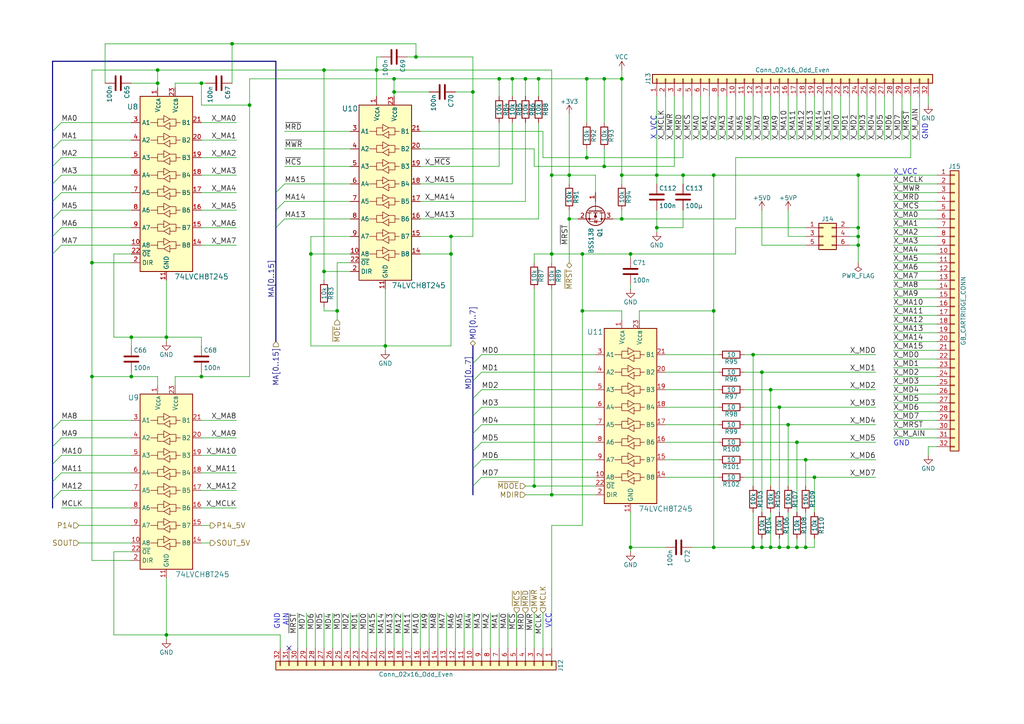
<source format=kicad_sch>
(kicad_sch (version 20231120) (generator "eeschema") (generator_version "8.0")
  (paper "A4")
  (title_block (title "Game Boy reverse eng. FPGA board") (date "2024-06-19") (rev "1") (company "CC-BY-SA-4.0 Michael Singer") (comment 1 "https://github.com/msinger/gbreveng/") (comment 2 "http://iceboy.a-singer.de/"))
  (junction (at 168.91 90.17))
  (junction (at 231.14 158.75))
  (junction (at 182.88 158.75))
  (junction (at 152.4 22.86))
  (junction (at 207.01 158.75))
  (junction (at 97.79 90.17))
  (junction (at 111.76 100.33))
  (junction (at 180.34 22.86))
  (junction (at 58.42 109.22))
  (junction (at 228.6 158.75))
  (junction (at 182.88 73.66))
  (junction (at 130.81 68.58))
  (junction (at 233.68 158.75))
  (junction (at 90.17 73.66))
  (junction (at 72.39 30.48))
  (junction (at 160.02 143.51))
  (junction (at 175.26 22.86))
  (junction (at 180.34 63.5))
  (junction (at 26.67 76.2))
  (junction (at 180.34 50.8))
  (junction (at 220.98 107.95))
  (junction (at 207.01 50.8))
  (junction (at 190.5 50.8))
  (junction (at 165.1 50.8))
  (junction (at 156.21 22.86))
  (junction (at 207.01 90.17))
  (junction (at 198.12 50.8))
  (junction (at 168.91 73.66))
  (junction (at 154.94 140.97))
  (junction (at 248.92 71.12))
  (junction (at 48.26 97.79))
  (junction (at 248.92 50.8))
  (junction (at 144.78 22.86))
  (junction (at 38.1 109.22))
  (junction (at 58.42 24.13))
  (junction (at 93.98 78.74))
  (junction (at 248.92 68.58))
  (junction (at 233.68 133.35))
  (junction (at 170.18 45.72))
  (junction (at 223.52 113.03))
  (junction (at 114.3 22.86))
  (junction (at 93.98 20.32))
  (junction (at 248.92 66.04))
  (junction (at 223.52 158.75))
  (junction (at 114.3 26.67))
  (junction (at 160.02 73.66))
  (junction (at 160.02 50.8))
  (junction (at 228.6 123.19))
  (junction (at 67.31 12.7))
  (junction (at 218.44 102.87))
  (junction (at 170.18 22.86))
  (junction (at 226.06 118.11))
  (junction (at 148.59 22.86))
  (junction (at 220.98 158.75))
  (junction (at 231.14 128.27))
  (junction (at 137.16 26.67))
  (junction (at 48.26 184.15))
  (junction (at 109.22 20.32))
  (junction (at 236.22 138.43))
  (junction (at 130.81 73.66))
  (junction (at 175.26 48.26))
  (junction (at 218.44 158.75))
  (junction (at 120.65 16.51))
  (junction (at 190.5 66.04))
  (junction (at 45.72 24.13))
  (junction (at 45.72 20.32))
  (junction (at 226.06 158.75))
  (junction (at 26.67 109.22))
  (junction (at 38.1 97.79))
  (junction (at 165.1 63.5))
  (no_connect (at 83.82 187.96))
  (bus_entry (at 137.16 115.57) (size 2.54 -2.54))
  (bus_entry (at 137.16 125.73) (size 2.54 -2.54))
  (bus_entry (at 137.16 130.81) (size 2.54 -2.54))
  (bus_entry (at 137.16 110.49) (size 2.54 -2.54))
  (bus_entry (at 15.24 58.42) (size 2.54 -2.54))
  (bus_entry (at 137.16 120.65) (size 2.54 -2.54))
  (bus_entry (at 15.24 139.7) (size 2.54 -2.54))
  (bus_entry (at 15.24 144.78) (size 2.54 -2.54))
  (bus_entry (at 137.16 140.97) (size 2.54 -2.54))
  (bus_entry (at 137.16 135.89) (size 2.54 -2.54))
  (bus_entry (at 80.01 60.96) (size 2.54 -2.54))
  (bus_entry (at 15.24 53.34) (size 2.54 -2.54))
  (bus_entry (at 15.24 73.66) (size 2.54 -2.54))
  (bus_entry (at 15.24 43.18) (size 2.54 -2.54))
  (bus_entry (at 15.24 68.58) (size 2.54 -2.54))
  (bus_entry (at 15.24 38.1) (size 2.54 -2.54))
  (bus_entry (at 15.24 134.62) (size 2.54 -2.54))
  (bus_entry (at 80.01 66.04) (size 2.54 -2.54))
  (bus_entry (at 15.24 124.46) (size 2.54 -2.54))
  (bus_entry (at 15.24 129.54) (size 2.54 -2.54))
  (bus_entry (at 15.24 63.5) (size 2.54 -2.54))
  (bus_entry (at 137.16 105.41) (size 2.54 -2.54))
  (bus_entry (at 80.01 55.88) (size 2.54 -2.54))
  (bus_entry (at 15.24 48.26) (size 2.54 -2.54))
  (wire (pts (xy 193.04 40.64) (xy 193.04 27.94)))
  (wire (pts (xy 152.4 22.86) (xy 156.21 22.86)))
  (wire (pts (xy 223.52 27.94) (xy 223.52 40.64)))
  (wire (pts (xy 33.02 160.02) (xy 38.1 160.02)))
  (wire (pts (xy 193.04 133.35) (xy 208.28 133.35)))
  (wire (pts (xy 33.02 97.79) (xy 38.1 97.79)))
  (wire (pts (xy 207.01 50.8) (xy 248.92 50.8)))
  (wire (pts (xy 45.72 20.32) (xy 45.72 24.13)))
  (wire (pts (xy 269.24 129.54) (xy 269.24 132.08)))
  (wire (pts (xy 165.1 63.5) (xy 167.64 63.5)))
  (wire (pts (xy 90.17 73.66) (xy 101.6 73.66)))
  (wire (pts (xy 33.02 184.15) (xy 48.26 184.15)))
  (wire (pts (xy 58.42 40.64) (xy 68.58 40.64)))
  (wire (pts (xy 223.52 148.59) (xy 223.52 158.75)))
  (wire (pts (xy 90.17 68.58) (xy 90.17 73.66)))
  (wire (pts (xy 198.12 66.04) (xy 190.5 66.04)))
  (wire (pts (xy 82.55 58.42) (xy 101.6 58.42)))
  (wire (pts (xy 271.78 78.74) (xy 259.08 78.74)))
  (wire (pts (xy 228.6 68.58) (xy 233.68 68.58)))
  (wire (pts (xy 50.8 24.13) (xy 58.42 24.13)))
  (wire (pts (xy 228.6 158.75) (xy 231.14 158.75)))
  (wire (pts (xy 207.01 50.8) (xy 207.01 90.17)))
  (wire (pts (xy 215.9 113.03) (xy 223.52 113.03)))
  (wire (pts (xy 248.92 50.8) (xy 271.78 50.8)))
  (wire (pts (xy 236.22 148.59) (xy 236.22 138.43)))
  (wire (pts (xy 236.22 27.94) (xy 236.22 40.64)))
  (wire (pts (xy 17.78 137.16) (xy 38.1 137.16)))
  (bus (pts (xy 15.24 43.18) (xy 15.24 38.1)))
  (wire (pts (xy 160.02 73.66) (xy 160.02 76.2)))
  (wire (pts (xy 157.48 177.8) (xy 157.48 187.96)))
  (wire (pts (xy 58.42 60.96) (xy 68.58 60.96)))
  (wire (pts (xy 26.67 20.32) (xy 45.72 20.32)))
  (bus (pts (xy 80.01 55.88) (xy 80.01 60.96)))
  (wire (pts (xy 157.48 38.1) (xy 157.48 45.72)))
  (wire (pts (xy 233.68 158.75) (xy 236.22 158.75)))
  (wire (pts (xy 144.78 48.26) (xy 144.78 35.56)))
  (wire (pts (xy 127 177.8) (xy 127 187.96)))
  (wire (pts (xy 48.26 184.15) (xy 81.28 184.15)))
  (wire (pts (xy 215.9 133.35) (xy 233.68 133.35)))
  (wire (pts (xy 220.98 107.95) (xy 254 107.95)))
  (wire (pts (xy 139.7 128.27) (xy 172.72 128.27)))
  (wire (pts (xy 119.38 177.8) (xy 119.38 187.96)))
  (wire (pts (xy 218.44 102.87) (xy 254 102.87)))
  (bus (pts (xy 137.16 115.57) (xy 137.16 120.65)))
  (wire (pts (xy 271.78 104.14) (xy 259.08 104.14)))
  (wire (pts (xy 144.78 177.8) (xy 144.78 187.96)))
  (wire (pts (xy 226.06 148.59) (xy 226.06 118.11)))
  (wire (pts (xy 114.3 26.67) (xy 124.46 26.67)))
  (wire (pts (xy 99.06 177.8) (xy 99.06 187.96)))
  (wire (pts (xy 58.42 50.8) (xy 68.58 50.8)))
  (wire (pts (xy 109.22 16.51) (xy 109.22 20.32)))
  (wire (pts (xy 193.04 128.27) (xy 208.28 128.27)))
  (wire (pts (xy 58.42 152.4) (xy 60.96 152.4)))
  (wire (pts (xy 160.02 143.51) (xy 172.72 143.51)))
  (wire (pts (xy 72.39 30.48) (xy 58.42 30.48)))
  (wire (pts (xy 248.92 27.94) (xy 248.92 40.64)))
  (wire (pts (xy 254 27.94) (xy 254 40.64)))
  (wire (pts (xy 233.68 71.12) (xy 220.98 71.12)))
  (wire (pts (xy 182.88 158.75) (xy 182.88 160.02)))
  (bus (pts (xy 15.24 139.7) (xy 15.24 134.62)))
  (wire (pts (xy 259.08 81.28) (xy 271.78 81.28)))
  (wire (pts (xy 160.02 20.32) (xy 160.02 50.8)))
  (wire (pts (xy 110.49 16.51) (xy 109.22 16.51)))
  (wire (pts (xy 271.78 109.22) (xy 259.08 109.22)))
  (wire (pts (xy 58.42 147.32) (xy 68.58 147.32)))
  (bus (pts (xy 15.24 134.62) (xy 15.24 129.54)))
  (wire (pts (xy 170.18 22.86) (xy 175.26 22.86)))
  (wire (pts (xy 218.44 27.94) (xy 218.44 40.64)))
  (wire (pts (xy 58.42 132.08) (xy 68.58 132.08)))
  (wire (pts (xy 22.86 152.4) (xy 38.1 152.4)))
  (wire (pts (xy 152.4 177.8) (xy 152.4 187.96)))
  (wire (pts (xy 238.76 27.94) (xy 238.76 40.64)))
  (wire (pts (xy 17.78 66.04) (xy 38.1 66.04)))
  (wire (pts (xy 259.08 60.96) (xy 271.78 60.96)))
  (wire (pts (xy 190.5 60.96) (xy 190.5 66.04)))
  (wire (pts (xy 259.08 101.6) (xy 271.78 101.6)))
  (wire (pts (xy 148.59 22.86) (xy 152.4 22.86)))
  (wire (pts (xy 180.34 22.86) (xy 180.34 50.8)))
  (wire (pts (xy 154.94 140.97) (xy 172.72 140.97)))
  (wire (pts (xy 182.88 73.66) (xy 213.36 73.66)))
  (wire (pts (xy 165.1 50.8) (xy 172.72 50.8)))
  (wire (pts (xy 67.31 12.7) (xy 67.31 24.13)))
  (wire (pts (xy 88.9 177.8) (xy 88.9 187.96)))
  (wire (pts (xy 120.65 12.7) (xy 120.65 16.51)))
  (wire (pts (xy 58.42 97.79) (xy 58.42 100.33)))
  (wire (pts (xy 210.82 27.94) (xy 210.82 40.64)))
  (wire (pts (xy 38.1 24.13) (xy 45.72 24.13)))
  (bus (pts (xy 15.24 63.5) (xy 15.24 58.42)))
  (wire (pts (xy 118.11 16.51) (xy 120.65 16.51)))
  (wire (pts (xy 17.78 50.8) (xy 38.1 50.8)))
  (wire (pts (xy 130.81 68.58) (xy 137.16 68.58)))
  (wire (pts (xy 215.9 128.27) (xy 231.14 128.27)))
  (wire (pts (xy 246.38 68.58) (xy 248.92 68.58)))
  (wire (pts (xy 256.54 27.94) (xy 256.54 40.64)))
  (wire (pts (xy 271.78 119.38) (xy 259.08 119.38)))
  (wire (pts (xy 132.08 26.67) (xy 137.16 26.67)))
  (wire (pts (xy 248.92 68.58) (xy 248.92 71.12)))
  (wire (pts (xy 185.42 92.71) (xy 185.42 90.17)))
  (wire (pts (xy 246.38 27.94) (xy 246.38 40.64)))
  (wire (pts (xy 114.3 22.86) (xy 114.3 26.67)))
  (wire (pts (xy 72.39 109.22) (xy 58.42 109.22)))
  (wire (pts (xy 182.88 148.59) (xy 182.88 158.75)))
  (wire (pts (xy 223.52 140.97) (xy 223.52 113.03)))
  (wire (pts (xy 58.42 107.95) (xy 58.42 109.22)))
  (wire (pts (xy 137.16 16.51) (xy 137.16 26.67)))
  (wire (pts (xy 45.72 109.22) (xy 45.72 111.76)))
  (wire (pts (xy 58.42 71.12) (xy 68.58 71.12)))
  (wire (pts (xy 231.14 158.75) (xy 233.68 158.75)))
  (wire (pts (xy 168.91 73.66) (xy 182.88 73.66)))
  (wire (pts (xy 271.78 88.9) (xy 259.08 88.9)))
  (wire (pts (xy 231.14 128.27) (xy 254 128.27)))
  (bus (pts (xy 15.24 48.26) (xy 15.24 43.18)))
  (wire (pts (xy 156.21 22.86) (xy 170.18 22.86)))
  (wire (pts (xy 259.08 27.94) (xy 259.08 40.64)))
  (wire (pts (xy 203.2 40.64) (xy 203.2 27.94)))
  (wire (pts (xy 259.08 96.52) (xy 271.78 96.52)))
  (wire (pts (xy 215.9 102.87) (xy 218.44 102.87)))
  (wire (pts (xy 139.7 102.87) (xy 172.72 102.87)))
  (wire (pts (xy 207.01 158.75) (xy 200.66 158.75)))
  (wire (pts (xy 144.78 27.94) (xy 144.78 22.86)))
  (wire (pts (xy 152.4 140.97) (xy 154.94 140.97)))
  (wire (pts (xy 26.67 76.2) (xy 38.1 76.2)))
  (wire (pts (xy 109.22 20.32) (xy 109.22 27.94)))
  (wire (pts (xy 139.7 113.03) (xy 172.72 113.03)))
  (wire (pts (xy 152.4 143.51) (xy 160.02 143.51)))
  (wire (pts (xy 190.5 50.8) (xy 198.12 50.8)))
  (wire (pts (xy 93.98 78.74) (xy 101.6 78.74)))
  (wire (pts (xy 82.55 53.34) (xy 101.6 53.34)))
  (wire (pts (xy 22.86 157.48) (xy 38.1 157.48)))
  (wire (pts (xy 259.08 71.12) (xy 271.78 71.12)))
  (wire (pts (xy 17.78 71.12) (xy 38.1 71.12)))
  (bus (pts (xy 137.16 140.97) (xy 137.16 143.51)))
  (wire (pts (xy 180.34 63.5) (xy 213.36 63.5)))
  (wire (pts (xy 72.39 22.86) (xy 72.39 30.48)))
  (wire (pts (xy 97.79 76.2) (xy 97.79 90.17)))
  (wire (pts (xy 215.9 118.11) (xy 226.06 118.11)))
  (wire (pts (xy 215.9 138.43) (xy 236.22 138.43)))
  (wire (pts (xy 180.34 50.8) (xy 180.34 53.34)))
  (wire (pts (xy 233.68 27.94) (xy 233.68 40.64)))
  (wire (pts (xy 38.1 109.22) (xy 45.72 109.22)))
  (wire (pts (xy 134.62 177.8) (xy 134.62 187.96)))
  (wire (pts (xy 233.68 133.35) (xy 254 133.35)))
  (bus (pts (xy 137.16 100.33) (xy 137.16 105.41)))
  (wire (pts (xy 137.16 177.8) (xy 137.16 187.96)))
  (wire (pts (xy 208.28 40.64) (xy 208.28 27.94)))
  (wire (pts (xy 17.78 121.92) (xy 38.1 121.92)))
  (wire (pts (xy 106.68 177.8) (xy 106.68 187.96)))
  (wire (pts (xy 144.78 22.86) (xy 148.59 22.86)))
  (wire (pts (xy 90.17 68.58) (xy 101.6 68.58)))
  (wire (pts (xy 58.42 142.24) (xy 68.58 142.24)))
  (wire (pts (xy 58.42 127) (xy 68.58 127)))
  (wire (pts (xy 26.67 76.2) (xy 26.67 109.22)))
  (wire (pts (xy 261.62 27.94) (xy 261.62 40.64)))
  (wire (pts (xy 91.44 177.8) (xy 91.44 187.96)))
  (wire (pts (xy 218.44 158.75) (xy 220.98 158.75)))
  (wire (pts (xy 271.78 99.06) (xy 259.08 99.06)))
  (wire (pts (xy 48.26 97.79) (xy 58.42 97.79)))
  (wire (pts (xy 139.7 118.11) (xy 172.72 118.11)))
  (wire (pts (xy 97.79 90.17) (xy 93.98 90.17)))
  (wire (pts (xy 154.94 177.8) (xy 154.94 187.96)))
  (wire (pts (xy 121.92 53.34) (xy 148.59 53.34)))
  (bus (pts (xy 15.24 68.58) (xy 15.24 63.5)))
  (wire (pts (xy 226.06 118.11) (xy 254 118.11)))
  (wire (pts (xy 90.17 100.33) (xy 111.76 100.33)))
  (wire (pts (xy 17.78 147.32) (xy 38.1 147.32)))
  (wire (pts (xy 205.74 27.94) (xy 205.74 40.64)))
  (wire (pts (xy 38.1 107.95) (xy 38.1 109.22)))
  (wire (pts (xy 129.54 177.8) (xy 129.54 187.96)))
  (wire (pts (xy 246.38 71.12) (xy 248.92 71.12)))
  (bus (pts (xy 15.24 147.32) (xy 15.24 144.78)))
  (wire (pts (xy 228.6 27.94) (xy 228.6 40.64)))
  (wire (pts (xy 193.04 123.19) (xy 208.28 123.19)))
  (wire (pts (xy 72.39 22.86) (xy 114.3 22.86)))
  (wire (pts (xy 223.52 158.75) (xy 226.06 158.75)))
  (wire (pts (xy 220.98 158.75) (xy 223.52 158.75)))
  (wire (pts (xy 165.1 63.5) (xy 165.1 76.2)))
  (wire (pts (xy 168.91 90.17) (xy 168.91 152.4)))
  (wire (pts (xy 259.08 66.04) (xy 271.78 66.04)))
  (wire (pts (xy 121.92 68.58) (xy 130.81 68.58)))
  (wire (pts (xy 175.26 48.26) (xy 195.58 48.26)))
  (wire (pts (xy 93.98 20.32) (xy 93.98 78.74)))
  (wire (pts (xy 121.92 58.42) (xy 152.4 58.42)))
  (wire (pts (xy 271.78 53.34) (xy 259.08 53.34)))
  (wire (pts (xy 121.92 63.5) (xy 156.21 63.5)))
  (wire (pts (xy 259.08 111.76) (xy 271.78 111.76)))
  (wire (pts (xy 82.55 43.18) (xy 101.6 43.18)))
  (wire (pts (xy 213.36 40.64) (xy 213.36 27.94)))
  (wire (pts (xy 207.01 158.75) (xy 218.44 158.75)))
  (wire (pts (xy 172.72 50.8) (xy 172.72 55.88)))
  (wire (pts (xy 264.16 45.72) (xy 213.36 45.72)))
  (wire (pts (xy 154.94 76.2) (xy 154.94 73.66)))
  (wire (pts (xy 17.78 142.24) (xy 38.1 142.24)))
  (wire (pts (xy 120.65 16.51) (xy 137.16 16.51)))
  (wire (pts (xy 38.1 100.33) (xy 38.1 97.79)))
  (wire (pts (xy 213.36 45.72) (xy 213.36 63.5)))
  (wire (pts (xy 81.28 184.15) (xy 81.28 187.96)))
  (wire (pts (xy 130.81 73.66) (xy 130.81 68.58)))
  (bus (pts (xy 15.24 129.54) (xy 15.24 124.46)))
  (wire (pts (xy 170.18 45.72) (xy 170.18 43.18)))
  (wire (pts (xy 58.42 24.13) (xy 59.69 24.13)))
  (wire (pts (xy 93.98 177.8) (xy 93.98 187.96)))
  (bus (pts (xy 137.16 110.49) (xy 137.16 115.57)))
  (wire (pts (xy 139.7 138.43) (xy 172.72 138.43)))
  (bus (pts (xy 15.24 38.1) (xy 15.24 17.78)))
  (wire (pts (xy 58.42 45.72) (xy 68.58 45.72)))
  (wire (pts (xy 58.42 121.92) (xy 68.58 121.92)))
  (wire (pts (xy 147.32 177.8) (xy 147.32 187.96)))
  (wire (pts (xy 246.38 66.04) (xy 248.92 66.04)))
  (wire (pts (xy 220.98 27.94) (xy 220.98 40.64)))
  (wire (pts (xy 259.08 121.92) (xy 271.78 121.92)))
  (wire (pts (xy 82.55 38.1) (xy 101.6 38.1)))
  (wire (pts (xy 180.34 20.32) (xy 180.34 22.86)))
  (wire (pts (xy 228.6 140.97) (xy 228.6 123.19)))
  (wire (pts (xy 17.78 127) (xy 38.1 127)))
  (bus (pts (xy 15.24 17.78) (xy 80.01 17.78)))
  (bus (pts (xy 15.24 144.78) (xy 15.24 139.7)))
  (wire (pts (xy 259.08 76.2) (xy 271.78 76.2)))
  (wire (pts (xy 121.92 38.1) (xy 157.48 38.1)))
  (wire (pts (xy 266.7 27.94) (xy 266.7 40.64)))
  (wire (pts (xy 248.92 66.04) (xy 248.92 68.58)))
  (wire (pts (xy 86.36 177.8) (xy 86.36 187.96)))
  (wire (pts (xy 182.88 82.55) (xy 182.88 83.82)))
  (wire (pts (xy 259.08 127) (xy 271.78 127)))
  (wire (pts (xy 30.48 12.7) (xy 30.48 24.13)))
  (wire (pts (xy 111.76 177.8) (xy 111.76 187.96)))
  (wire (pts (xy 139.7 133.35) (xy 172.72 133.35)))
  (wire (pts (xy 226.06 158.75) (xy 228.6 158.75)))
  (wire (pts (xy 139.7 123.19) (xy 172.72 123.19)))
  (wire (pts (xy 207.01 90.17) (xy 207.01 158.75)))
  (wire (pts (xy 33.02 160.02) (xy 33.02 184.15)))
  (wire (pts (xy 101.6 76.2) (xy 97.79 76.2)))
  (bus (pts (xy 137.16 120.65) (xy 137.16 125.73)))
  (wire (pts (xy 231.14 156.21) (xy 231.14 158.75)))
  (wire (pts (xy 195.58 48.26) (xy 195.58 27.94)))
  (wire (pts (xy 170.18 22.86) (xy 170.18 35.56)))
  (wire (pts (xy 33.02 73.66) (xy 33.02 97.79)))
  (wire (pts (xy 271.78 124.46) (xy 259.08 124.46)))
  (wire (pts (xy 139.7 177.8) (xy 139.7 187.96)))
  (wire (pts (xy 259.08 106.68) (xy 271.78 106.68)))
  (wire (pts (xy 121.92 43.18) (xy 154.94 43.18)))
  (wire (pts (xy 111.76 83.82) (xy 111.76 100.33)))
  (wire (pts (xy 190.5 50.8) (xy 190.5 53.34)))
  (wire (pts (xy 96.52 177.8) (xy 96.52 187.96)))
  (wire (pts (xy 180.34 90.17) (xy 180.34 92.71)))
  (wire (pts (xy 198.12 60.96) (xy 198.12 66.04)))
  (wire (pts (xy 228.6 123.19) (xy 254 123.19)))
  (wire (pts (xy 165.1 50.8) (xy 165.1 53.34)))
  (wire (pts (xy 58.42 35.56) (xy 68.58 35.56)))
  (bus (pts (xy 15.24 58.42) (xy 15.24 53.34)))
  (wire (pts (xy 218.44 140.97) (xy 218.44 102.87)))
  (wire (pts (xy 157.48 45.72) (xy 170.18 45.72)))
  (wire (pts (xy 236.22 158.75) (xy 236.22 156.21)))
  (wire (pts (xy 26.67 109.22) (xy 26.67 162.56)))
  (wire (pts (xy 193.04 102.87) (xy 208.28 102.87)))
  (wire (pts (xy 177.8 63.5) (xy 180.34 63.5)))
  (wire (pts (xy 223.52 113.03) (xy 254 113.03)))
  (bus (pts (xy 137.16 135.89) (xy 137.16 140.97)))
  (bus (pts (xy 15.24 73.66) (xy 15.24 68.58)))
  (wire (pts (xy 38.1 97.79) (xy 48.26 97.79)))
  (wire (pts (xy 17.78 132.08) (xy 38.1 132.08)))
  (wire (pts (xy 271.78 73.66) (xy 259.08 73.66)))
  (wire (pts (xy 241.3 27.94) (xy 241.3 40.64)))
  (wire (pts (xy 26.67 109.22) (xy 38.1 109.22)))
  (wire (pts (xy 50.8 24.13) (xy 50.8 25.4)))
  (wire (pts (xy 193.04 107.95) (xy 208.28 107.95)))
  (wire (pts (xy 132.08 177.8) (xy 132.08 187.96)))
  (wire (pts (xy 104.14 177.8) (xy 104.14 187.96)))
  (wire (pts (xy 175.26 22.86) (xy 180.34 22.86)))
  (wire (pts (xy 48.26 185.42) (xy 48.26 184.15)))
  (wire (pts (xy 17.78 35.56) (xy 38.1 35.56)))
  (wire (pts (xy 182.88 158.75) (xy 193.04 158.75)))
  (wire (pts (xy 259.08 86.36) (xy 271.78 86.36)))
  (wire (pts (xy 17.78 55.88) (xy 38.1 55.88)))
  (bus (pts (xy 15.24 124.46) (xy 15.24 73.66)))
  (wire (pts (xy 137.16 26.67) (xy 137.16 68.58)))
  (wire (pts (xy 165.1 33.02) (xy 165.1 50.8)))
  (wire (pts (xy 154.94 73.66) (xy 160.02 73.66)))
  (wire (pts (xy 121.92 73.66) (xy 130.81 73.66)))
  (bus (pts (xy 137.16 105.41) (xy 137.16 110.49)))
  (wire (pts (xy 220.98 71.12) (xy 220.98 60.96)))
  (wire (pts (xy 152.4 58.42) (xy 152.4 35.56)))
  (wire (pts (xy 248.92 71.12) (xy 248.92 76.2)))
  (wire (pts (xy 271.78 58.42) (xy 259.08 58.42)))
  (wire (pts (xy 175.26 48.26) (xy 175.26 43.18)))
  (bus (pts (xy 137.16 130.81) (xy 137.16 135.89)))
  (wire (pts (xy 271.78 63.5) (xy 259.08 63.5)))
  (wire (pts (xy 17.78 60.96) (xy 38.1 60.96)))
  (wire (pts (xy 271.78 114.3) (xy 259.08 114.3)))
  (bus (pts (xy 15.24 53.34) (xy 15.24 48.26)))
  (wire (pts (xy 139.7 107.95) (xy 172.72 107.95)))
  (wire (pts (xy 160.02 83.82) (xy 160.02 143.51)))
  (wire (pts (xy 90.17 73.66) (xy 90.17 100.33)))
  (wire (pts (xy 82.55 63.5) (xy 101.6 63.5)))
  (wire (pts (xy 160.02 50.8) (xy 165.1 50.8)))
  (wire (pts (xy 82.55 48.26) (xy 101.6 48.26)))
  (wire (pts (xy 215.9 107.95) (xy 220.98 107.95)))
  (wire (pts (xy 198.12 45.72) (xy 198.12 27.94)))
  (wire (pts (xy 271.78 83.82) (xy 259.08 83.82)))
  (wire (pts (xy 148.59 53.34) (xy 148.59 35.56)))
  (wire (pts (xy 93.98 78.74) (xy 93.98 81.28)))
  (wire (pts (xy 26.67 162.56) (xy 38.1 162.56)))
  (wire (pts (xy 175.26 35.56) (xy 175.26 22.86)))
  (wire (pts (xy 111.76 100.33) (xy 111.76 101.6)))
  (wire (pts (xy 190.5 66.04) (xy 190.5 67.31)))
  (wire (pts (xy 215.9 123.19) (xy 228.6 123.19)))
  (wire (pts (xy 259.08 91.44) (xy 271.78 91.44)))
  (wire (pts (xy 165.1 60.96) (xy 165.1 63.5)))
  (wire (pts (xy 190.5 27.94) (xy 190.5 50.8)))
  (wire (pts (xy 148.59 27.94) (xy 148.59 22.86)))
  (wire (pts (xy 121.92 48.26) (xy 144.78 48.26)))
  (wire (pts (xy 58.42 137.16) (xy 68.58 137.16)))
  (wire (pts (xy 231.14 148.59) (xy 231.14 128.27)))
  (wire (pts (xy 67.31 12.7) (xy 120.65 12.7)))
  (wire (pts (xy 233.68 148.59) (xy 233.68 158.75)))
  (bus (pts (xy 80.01 66.04) (xy 80.01 99.06)))
  (wire (pts (xy 45.72 20.32) (xy 93.98 20.32)))
  (wire (pts (xy 220.98 148.59) (xy 220.98 107.95)))
  (wire (pts (xy 124.46 177.8) (xy 124.46 187.96)))
  (wire (pts (xy 154.94 48.26) (xy 175.26 48.26)))
  (wire (pts (xy 259.08 116.84) (xy 271.78 116.84)))
  (wire (pts (xy 168.91 90.17) (xy 180.34 90.17)))
  (wire (pts (xy 180.34 50.8) (xy 190.5 50.8)))
  (wire (pts (xy 114.3 22.86) (xy 144.78 22.86)))
  (wire (pts (xy 48.26 167.64) (xy 48.26 184.15)))
  (wire (pts (xy 248.92 50.8) (xy 248.92 66.04)))
  (wire (pts (xy 58.42 30.48) (xy 58.42 24.13)))
  (wire (pts (xy 152.4 27.94) (xy 152.4 22.86)))
  (wire (pts (xy 17.78 40.64) (xy 38.1 40.64)))
  (wire (pts (xy 93.98 20.32) (xy 109.22 20.32)))
  (wire (pts (xy 185.42 90.17) (xy 207.01 90.17)))
  (wire (pts (xy 231.14 27.94) (xy 231.14 40.64)))
  (wire (pts (xy 271.78 68.58) (xy 259.08 68.58)))
  (bus (pts (xy 80.01 17.78) (xy 80.01 55.88)))
  (wire (pts (xy 154.94 83.82) (xy 154.94 140.97)))
  (wire (pts (xy 160.02 73.66) (xy 168.91 73.66)))
  (wire (pts (xy 198.12 50.8) (xy 207.01 50.8)))
  (wire (pts (xy 213.36 66.04) (xy 213.36 73.66)))
  (wire (pts (xy 26.67 20.32) (xy 26.67 76.2)))
  (wire (pts (xy 109.22 20.32) (xy 160.02 20.32)))
  (wire (pts (xy 114.3 177.8) (xy 114.3 187.96)))
  (wire (pts (xy 111.76 100.33) (xy 130.81 100.33)))
  (wire (pts (xy 58.42 55.88) (xy 68.58 55.88)))
  (wire (pts (xy 142.24 177.8) (xy 142.24 187.96)))
  (wire (pts (xy 168.91 152.4) (xy 160.02 152.4)))
  (wire (pts (xy 101.6 177.8) (xy 101.6 187.96)))
  (wire (pts (xy 264.16 27.94) (xy 264.16 45.72)))
  (wire (pts (xy 93.98 90.17) (xy 93.98 88.9)))
  (wire (pts (xy 154.94 43.18) (xy 154.94 48.26)))
  (wire (pts (xy 269.24 27.94) (xy 269.24 30.48)))
  (wire (pts (xy 30.48 12.7) (xy 67.31 12.7)))
  (wire (pts (xy 116.84 177.8) (xy 116.84 187.96)))
  (wire (pts (xy 60.96 157.48) (xy 58.42 157.48)))
  (wire (pts (xy 259.08 55.88) (xy 271.78 55.88)))
  (wire (pts (xy 198.12 50.8) (xy 198.12 53.34)))
  (wire (pts (xy 50.8 109.22) (xy 58.42 109.22)))
  (wire (pts (xy 156.21 27.94) (xy 156.21 22.86)))
  (wire (pts (xy 130.81 100.33) (xy 130.81 73.66)))
  (wire (pts (xy 228.6 60.96) (xy 228.6 68.58)))
  (wire (pts (xy 168.91 73.66) (xy 168.91 90.17)))
  (wire (pts (xy 109.22 177.8) (xy 109.22 187.96)))
  (wire (pts (xy 271.78 129.54) (xy 269.24 129.54)))
  (wire (pts (xy 218.44 158.75) (xy 218.44 148.59)))
  (wire (pts (xy 182.88 73.66) (xy 182.88 74.93)))
  (wire (pts (xy 193.04 113.03) (xy 208.28 113.03)))
  (wire (pts (xy 156.21 63.5) (xy 156.21 35.56)))
  (wire (pts (xy 193.04 138.43) (xy 208.28 138.43)))
  (wire (pts (xy 251.46 27.94) (xy 251.46 40.64)))
  (wire (pts (xy 228.6 158.75) (xy 228.6 148.59)))
  (wire (pts (xy 160.02 50.8) (xy 160.02 73.66)))
  (wire (pts (xy 160.02 152.4) (xy 160.02 187.96)))
  (wire (pts (xy 220.98 158.75) (xy 220.98 156.21)))
  (wire (pts (xy 226.06 156.21) (xy 226.06 158.75)))
  (wire (pts (xy 50.8 109.22) (xy 50.8 111.76)))
  (wire (pts (xy 233.68 66.04) (xy 213.36 66.04)))
  (wire (pts (xy 233.68 140.97) (xy 233.68 133.35)))
  (wire (pts (xy 170.18 45.72) (xy 198.12 45.72)))
  (wire (pts (xy 215.9 27.94) (xy 215.9 40.64)))
  (wire (pts (xy 33.02 73.66) (xy 38.1 73.66)))
  (wire (pts (xy 149.86 177.8) (xy 149.86 187.96)))
  (wire (pts (xy 226.06 27.94) (xy 226.06 40.64)))
  (wire (pts (xy 58.42 66.04) (xy 68.58 66.04)))
  (wire (pts (xy 121.92 177.8) (xy 121.92 187.96)))
  (wire (pts (xy 72.39 30.48) (xy 72.39 109.22)))
  (wire (pts (xy 17.78 45.72) (xy 38.1 45.72)))
  (bus (pts (xy 137.16 125.73) (xy 137.16 130.81)))
  (wire (pts (xy 180.34 63.5) (xy 180.34 60.96)))
  (wire (pts (xy 193.04 118.11) (xy 208.28 118.11)))
  (wire (pts (xy 243.84 27.94) (xy 243.84 40.64)))
  (wire (pts (xy 48.26 99.06) (xy 48.26 97.79)))
  (wire (pts (xy 45.72 24.13) (xy 45.72 25.4)))
  (wire (pts (xy 114.3 26.67) (xy 114.3 27.94)))
  (wire (pts (xy 97.79 90.17) (xy 97.79 92.71)))
  (wire (pts (xy 48.26 81.28) (xy 48.26 97.79)))
  (wire (pts (xy 236.22 138.43) (xy 254 138.43)))
  (bus (pts (xy 80.01 60.96) (xy 80.01 66.04)))
  (wire (pts (xy 200.66 27.94) (xy 200.66 40.64)))
  (wire (pts (xy 271.78 93.98) (xy 259.08 93.98)))
  (text "X_VCC" (at 259.08 50.8 0) (effects (font (size 1.524 1.524)) (justify left bottom)))
  (text "VCC" (at 160.02 177.8 90) (effects (font (size 1.524 1.524)) (justify right bottom)))
  (text "AIN" (at 83.82 177.8 90) (effects (font (size 1.524 1.524)) (justify right bottom)))
  (text "GND" (at 259.08 129.54 0) (effects (font (size 1.524 1.524)) (justify left bottom)))
  (text "X_VCC" (at 190.5 40.64 90) (effects (font (size 1.524 1.524)) (justify left bottom)))
  (text "GND" (at 81.28 177.8 90) (effects (font (size 1.524 1.524)) (justify right bottom)))
  (text "GND" (at 269.24 40.64 90) (effects (font (size 1.524 1.524)) (justify left bottom)))
  (label "X_MD5" (at 259.08 116.84 0) (effects (font (size 1.524 1.524))))
  (label "X_MA14" (at 259.08 99.06 0) (effects (font (size 1.524 1.524))))
  (label "X_MA9" (at 68.58 127 180) (effects (font (size 1.524 1.524))))
  (label "MA7" (at 17.78 71.12 0) (effects (font (size 1.524 1.524))))
  (label "MA12" (at 116.84 177.8 270) (effects (font (size 1.524 1.524))))
  (label "X_MA1" (at 259.08 66.04 0) (effects (font (size 1.524 1.524))))
  (label "X_MA8" (at 223.52 40.64 90) (effects (font (size 1.524 1.524))))
  (label "MA3" (at 17.78 50.8 0) (effects (font (size 1.524 1.524))))
  (label "X_~{MRD}" (at 198.12 40.64 90) (effects (font (size 1.524 1.524))))
  (label "X_MD0" (at 254 102.87 180) (effects (font (size 1.524 1.524))))
  (label "X_MA10" (at 68.58 132.08 180) (effects (font (size 1.524 1.524))))
  (label "~{MWR}" (at 154.94 177.8 270) (effects (font (size 1.524 1.524))))
  (label "X_MD6" (at 259.08 40.64 90) (effects (font (size 1.524 1.524))))
  (label "MA5" (at 134.62 177.8 270) (effects (font (size 1.524 1.524))))
  (label "X_MA13" (at 236.22 40.64 90) (effects (font (size 1.524 1.524))))
  (label "X_~{MCS}" (at 200.66 40.64 90) (effects (font (size 1.524 1.524))))
  (label "X_MD4" (at 254 123.19 180) (effects (font (size 1.524 1.524))))
  (label "X_MA7" (at 68.58 71.12 180) (effects (font (size 1.524 1.524))))
  (label "MD7" (at 88.9 177.8 270) (effects (font (size 1.524 1.524))))
  (label "X_MD0" (at 259.08 104.14 0) (effects (font (size 1.524 1.524))))
  (label "X_MA0" (at 259.08 63.5 0) (effects (font (size 1.524 1.524))))
  (label "X_MD3" (at 259.08 111.76 0) (effects (font (size 1.524 1.524))))
  (label "X_~{MWR}" (at 195.58 40.64 90) (effects (font (size 1.524 1.524))))
  (label "X_~{MRST}" (at 259.08 124.46 0) (effects (font (size 1.524 1.524))))
  (label "X_MA1" (at 205.74 40.64 90) (effects (font (size 1.524 1.524))))
  (label "X_MA14" (at 123.19 58.42 0) (effects (font (size 1.524 1.524))))
  (label "MA14" (at 82.55 58.42 0) (effects (font (size 1.524 1.524))))
  (label "X_M_AIN" (at 266.7 40.64 90) (effects (font (size 1.524 1.524))))
  (label "X_MD5" (at 254 128.27 180) (effects (font (size 1.524 1.524))))
  (label "X_MA0" (at 203.2 40.64 90) (effects (font (size 1.524 1.524))))
  (label "MA4" (at 137.16 177.8 270) (effects (font (size 1.524 1.524))))
  (label "X_MA15" (at 123.19 53.34 0) (effects (font (size 1.524 1.524))))
  (label "X_MA7" (at 259.08 81.28 0) (effects (font (size 1.524 1.524))))
  (label "X_MD1" (at 246.38 40.64 90) (effects (font (size 1.524 1.524))))
  (label "X_MA14" (at 238.76 40.64 90) (effects (font (size 1.524 1.524))))
  (label "X_MD7" (at 254 138.43 180) (effects (font (size 1.524 1.524))))
  (label "X_MA11" (at 259.08 91.44 0) (effects (font (size 1.524 1.524))))
  (label "MA1" (at 17.78 40.64 0) (effects (font (size 1.524 1.524))))
  (label "X_MA2" (at 68.58 45.72 180) (effects (font (size 1.524 1.524))))
  (label "X_MA12" (at 68.58 142.24 180) (effects (font (size 1.524 1.524))))
  (label "X_MD6" (at 254 133.35 180) (effects (font (size 1.524 1.524))))
  (label "X_MA11" (at 68.58 137.16 180) (effects (font (size 1.524 1.524))))
  (label "X_MA5" (at 215.9 40.64 90) (effects (font (size 1.524 1.524))))
  (label "MD2" (at 101.6 177.8 270) (effects (font (size 1.524 1.524))))
  (label "~{MRST}" (at 86.36 177.8 270) (effects (font (size 1.524 1.524))))
  (label "MA12" (at 17.78 142.24 0) (effects (font (size 1.524 1.524))))
  (label "MD1" (at 104.14 177.8 270) (effects (font (size 1.524 1.524))))
  (label "X_MA1" (at 68.58 40.64 180) (effects (font (size 1.524 1.524))))
  (label "MA4" (at 17.78 55.88 0) (effects (font (size 1.524 1.524))))
  (label "MA10" (at 17.78 132.08 0) (effects (font (size 1.524 1.524))))
  (label "MA[0..15]" (at 80.01 86.36 90) (effects (font (size 1.524 1.524))))
  (label "MCLK" (at 157.48 177.8 270) (effects (font (size 1.524 1.524))))
  (label "X_MD0" (at 243.84 40.64 90) (effects (font (size 1.524 1.524))))
  (label "~{MCS}" (at 82.55 48.26 0) (effects (font (size 1.524 1.524))))
  (label "MA8" (at 127 177.8 270) (effects (font (size 1.524 1.524))))
  (label "MD0" (at 106.68 177.8 270) (effects (font (size 1.524 1.524))))
  (label "X_MA5" (at 259.08 76.2 0) (effects (font (size 1.524 1.524))))
  (label "X_MA13" (at 259.08 96.52 0) (effects (font (size 1.524 1.524))))
  (label "MD1" (at 139.7 107.95 0) (effects (font (size 1.524 1.524))))
  (label "X_MA6" (at 68.58 66.04 180) (effects (font (size 1.524 1.524))))
  (label "MD5" (at 139.7 128.27 0) (effects (font (size 1.524 1.524))))
  (label "MD4" (at 96.52 177.8 270) (effects (font (size 1.524 1.524))))
  (label "MA0" (at 147.32 177.8 270) (effects (font (size 1.524 1.524))))
  (label "MA13" (at 82.55 63.5 0) (effects (font (size 1.524 1.524))))
  (label "~{MCS}" (at 149.86 177.8 270) (effects (font (size 1.524 1.524))))
  (label "X_MD7" (at 259.08 121.92 0) (effects (font (size 1.524 1.524))))
  (label "X_MD3" (at 251.46 40.64 90) (effects (font (size 1.524 1.524))))
  (label "MD6" (at 91.44 177.8 270) (effects (font (size 1.524 1.524))))
  (label "X_MCLK" (at 193.04 40.64 90) (effects (font (size 1.524 1.524))))
  (label "MA7" (at 129.54 177.8 270) (effects (font (size 1.524 1.524))))
  (label "X_MA6" (at 259.08 78.74 0) (effects (font (size 1.524 1.524))))
  (label "X_M_AIN" (at 259.08 127 0) (effects (font (size 1.524 1.524))))
  (label "MA14" (at 111.76 177.8 270) (effects (font (size 1.524 1.524))))
  (label "MD7" (at 139.7 138.43 0) (effects (font (size 1.524 1.524))))
  (label "X_MA3" (at 68.58 50.8 180) (effects (font (size 1.524 1.524))))
  (label "X_MA10" (at 259.08 88.9 0) (effects (font (size 1.524 1.524))))
  (label "MA2" (at 17.78 45.72 0) (effects (font (size 1.524 1.524))))
  (label "MD0" (at 139.7 102.87 0) (effects (font (size 1.524 1.524))))
  (label "X_MD3" (at 254 118.11 180) (effects (font (size 1.524 1.524))))
  (label "X_MA7" (at 220.98 40.64 90) (effects (font (size 1.524 1.524))))
  (label "~{MRST}" (at 165.1 71.12 90) (effects (font (size 1.524 1.524))))
  (label "X_MD6" (at 259.08 119.38 0) (effects (font (size 1.524 1.524))))
  (label "X_MA2" (at 259.08 68.58 0) (effects (font (size 1.524 1.524))))
  (label "X_MA8" (at 68.58 121.92 180) (effects (font (size 1.524 1.524))))
  (label "MD5" (at 93.98 177.8 270) (effects (font (size 1.524 1.524))))
  (label "X_MA3" (at 259.08 71.12 0) (effects (font (size 1.524 1.524))))
  (label "X_~{MRST}" (at 264.16 40.64 90) (effects (font (size 1.524 1.524))))
  (label "X_MA4" (at 213.36 40.64 90) (effects (font (size 1.524 1.524))))
  (label "MA15" (at 109.22 177.8 270) (effects (font (size 1.524 1.524))))
  (label "MD3" (at 99.06 177.8 270) (effects (font (size 1.524 1.524))))
  (label "MD4" (at 139.7 123.19 0) (effects (font (size 1.524 1.524))))
  (label "X_MD2" (at 259.08 109.22 0) (effects (font (size 1.524 1.524))))
  (label "MD3" (at 139.7 118.11 0) (effects (font (size 1.524 1.524))))
  (label "X_MA2" (at 208.28 40.64 90) (effects (font (size 1.524 1.524))))
  (label "X_MA15" (at 241.3 40.64 90) (effects (font (size 1.524 1.524))))
  (label "X_MD1" (at 254 107.95 180) (effects (font (size 1.524 1.524))))
  (label "X_~{MRD}" (at 259.08 58.42 0) (effects (font (size 1.524 1.524))))
  (label "MCLK" (at 17.78 147.32 0) (effects (font (size 1.524 1.524))))
  (label "X_MA13" (at 123.19 63.5 0) (effects (font (size 1.524 1.524))))
  (label "X_MA11" (at 231.14 40.64 90) (effects (font (size 1.524 1.524))))
  (label "~{MRD}" (at 152.4 177.8 270) (effects (font (size 1.524 1.524))))
  (label "X_~{MWR}" (at 259.08 55.88 0) (effects (font (size 1.524 1.524))))
  (label "MA10" (at 121.92 177.8 270) (effects (font (size 1.524 1.524))))
  (label "X_~{MCS}" (at 259.08 60.96 0) (effects (font (size 1.524 1.524))))
  (label "MD2" (at 139.7 113.03 0) (effects (font (size 1.524 1.524))))
  (label "X_MD2" (at 248.92 40.64 90) (effects (font (size 1.524 1.524))))
  (label "X_MD4" (at 254 40.64 90) (effects (font (size 1.524 1.524))))
  (label "~{MWR}" (at 82.55 43.18 0) (effects (font (size 1.524 1.524))))
  (label "X_MA8" (at 259.08 83.82 0) (effects (font (size 1.524 1.524))))
  (label "MA11" (at 17.78 137.16 0) (effects (font (size 1.524 1.524))))
  (label "X_MA0" (at 68.58 35.56 180) (effects (font (size 1.524 1.524))))
  (label "MA13" (at 114.3 177.8 270) (effects (font (size 1.524 1.524))))
  (label "MA8" (at 17.78 121.92 0) (effects (font (size 1.524 1.524))))
  (label "X_MA9" (at 226.06 40.64 90) (effects (font (size 1.524 1.524))))
  (label "MA9" (at 17.78 127 0) (effects (font (size 1.524 1.524))))
  (label "X_MA12" (at 259.08 93.98 0) (effects (font (size 1.524 1.524))))
  (label "X_MA10" (at 228.6 40.64 90) (effects (font (size 1.524 1.524))))
  (label "X_MD5" (at 256.54 40.64 90) (effects (font (size 1.524 1.524))))
  (label "X_MA6" (at 218.44 40.64 90) (effects (font (size 1.524 1.524))))
  (label "MA2" (at 142.24 177.8 270) (effects (font (size 1.524 1.524))))
  (label "X_MD1" (at 259.08 106.68 0) (effects (font (size 1.524 1.524))))
  (label "X_MA4" (at 259.08 73.66 0) (effects (font (size 1.524 1.524))))
  (label "X_MA4" (at 68.58 55.88 180) (effects (font (size 1.524 1.524))))
  (label "X_MD7" (at 261.62 40.64 90) (effects (font (size 1.524 1.524))))
  (label "MA3" (at 139.7 177.8 270) (effects (font (size 1.524 1.524))))
  (label "MA0" (at 17.78 35.56 0) (effects (font (size 1.524 1.524))))
  (label "~{MRD}" (at 82.55 38.1 0) (effects (font (size 1.524 1.524))))
  (label "X_MCLK" (at 259.08 53.34 0) (effects (font (size 1.524 1.524))))
  (label "MA11" (at 119.38 177.8 270) (effects (font (size 1.524 1.524))))
  (label "MA1" (at 144.78 177.8 270) (effects (font (size 1.524 1.524))))
  (label "X_MA12" (at 233.68 40.64 90) (effects (font (size 1.524 1.524))))
  (label "X_MA9" (at 259.08 86.36 0) (effects (font (size 1.524 1.524))))
  (label "MD6" (at 139.7 133.35 0) (effects (font (size 1.524 1.524))))
  (label "X_~{MCS}" (at 123.19 48.26 0) (effects (font (size 1.524 1.524))))
  (label "X_MA5" (at 68.58 60.96 180) (effects (font (size 1.524 1.524))))
  (label "X_MD4" (at 259.08 114.3 0) (effects (font (size 1.524 1.524))))
  (label "X_MA15" (at 259.08 101.6 0) (effects (font (size 1.524 1.524))))
  (label "X_MD2" (at 254 113.03 180) (effects (font (size 1.524 1.524))))
  (label "MA15" (at 82.55 53.34 0) (effects (font (size 1.524 1.524))))
  (label "MA6" (at 132.08 177.8 270) (effects (font (size 1.524 1.524))))
  (label "MA9" (at 124.46 177.8 270) (effects (font (size 1.524 1.524))))
  (label "X_MA3" (at 210.82 40.64 90) (effects (font (size 1.524 1.524))))
  (label "X_MCLK" (at 68.58 147.32 180) (effects (font (size 1.524 1.524))))
  (label "MA5" (at 17.78 60.96 0) (effects (font (size 1.524 1.524))))
  (label "MA6" (at 17.78 66.04 0) (effects (font (size 1.524 1.524))))
  (label "MD[0..7]" (at 137.16 113.03 90) (effects (font (size 1.524 1.524))))
  (hierarchical_label "MCLK" (shape input) (at 157.48 177.8 90) (effects (font (size 1.524 1.524))))
  (hierarchical_label "~{MWR}" (shape input) (at 154.94 177.8 90) (effects (font (size 1.524 1.524))))
  (hierarchical_label "~{MCS}" (shape input) (at 149.86 177.8 90) (effects (font (size 1.524 1.524))))
  (hierarchical_label "~{MDOE}" (shape input) (at 152.4 140.97 180) (effects (font (size 1.524 1.524))))
  (hierarchical_label "SOUT" (shape input) (at 22.86 157.48 180) (effects (font (size 1.524 1.524))))
  (hierarchical_label "~{MOE}" (shape input) (at 97.79 92.71 270) (effects (font (size 1.524 1.524))))
  (hierarchical_label "SOUT_5V" (shape output) (at 60.96 157.48 0) (effects (font (size 1.524 1.524))))
  (hierarchical_label "~{MRST}" (shape bidirectional) (at 165.1 76.2 270) (effects (font (size 1.524 1.524))))
  (hierarchical_label "MDIR" (shape input) (at 152.4 143.51 180) (effects (font (size 1.524 1.524))))
  (hierarchical_label "P14" (shape input) (at 22.86 152.4 180) (effects (font (size 1.524 1.524))))
  (hierarchical_label "MD[0..7]" (shape tri_state) (at 137.16 100.33 90) (effects (font (size 1.524 1.524))))
  (hierarchical_label "P14_5V" (shape output) (at 60.96 152.4 0) (effects (font (size 1.524 1.524))))
  (hierarchical_label "MA[0..15]" (shape input) (at 80.01 99.06 270) (effects (font (size 1.524 1.524))))
  (hierarchical_label "~{MRD}" (shape input) (at 152.4 177.8 90) (effects (font (size 1.524 1.524))))
  (symbol (lib_id "Connector_Generic:Conn_01x32") (at 276.86 88.9 0) (unit 1)
    (property "Reference" "J15" (at 276.86 48.26 0))
    (property "Value" "GB_CARTRIDGE_CONN" (at 279.4 90.17 90))
    (property "Footprint" "Connector_GameBoy:Cartridge_Socket_SMD" (effects (hide yes)))
    (property "Description" "Generic connector, single row, 01x32, script generated (kicad-library-utils/schlib/autogen/connector/)" (effects (hide yes)))
  )
  (symbol (lib_id "Logic_LevelTranslator:SN74LVC8T245") (at 182.88 120.65 0) (unit 1)
    (property "Reference" "U11" (at 175.006 96.266 0) (effects (font (size 1.524 1.524)) (justify right)))
    (property "Value" "74LVCH8T245" (at 185.166 147.574 0) (effects (font (size 1.524 1.524)) (justify left)))
    (property "Footprint" "Package_SO:TSSOP-24_4.4x7.8mm_P0.65mm" (effects (hide yes)))
    (property "Datasheet" "https://www.ti.com/lit/ds/symlink/sn74lvc8t245.pdf" (effects (hide yes)))
    (property "Description" "8-Bit Dual-Supply Bus Transceiver With Configurable Voltage Translation and 3-State Outputs" (effects (hide yes)))
  )
  (symbol (lib_id "Device:R") (at 212.09 102.87 270) (unit 1)
    (property "Reference" "R95" (at 212.09 104.902 90))
    (property "Value" "10" (at 212.09 102.87 90))
    (property "Footprint" "Resistor_SMD:R_0603_1608Metric" (effects (hide yes)))
    (property "Description" "Resistor" (effects (hide yes)))
  )
  (symbol (lib_id "Device:R") (at 212.09 107.95 270) (unit 1)
    (property "Reference" "R96" (at 212.09 109.982 90))
    (property "Value" "10" (at 212.09 107.95 90))
    (property "Footprint" "Resistor_SMD:R_0603_1608Metric" (effects (hide yes)))
    (property "Description" "Resistor" (effects (hide yes)))
  )
  (symbol (lib_id "Device:R") (at 212.09 113.03 270) (unit 1)
    (property "Reference" "R97" (at 212.09 115.062 90))
    (property "Value" "10" (at 212.09 113.03 90))
    (property "Footprint" "Resistor_SMD:R_0603_1608Metric" (effects (hide yes)))
    (property "Description" "Resistor" (effects (hide yes)))
  )
  (symbol (lib_id "Device:R") (at 212.09 118.11 270) (unit 1)
    (property "Reference" "R98" (at 212.09 120.142 90))
    (property "Value" "10" (at 212.09 118.11 90))
    (property "Footprint" "Resistor_SMD:R_0603_1608Metric" (effects (hide yes)))
    (property "Description" "Resistor" (effects (hide yes)))
  )
  (symbol (lib_id "Device:R") (at 212.09 123.19 270) (unit 1)
    (property "Reference" "R99" (at 212.09 125.222 90))
    (property "Value" "10" (at 212.09 123.19 90))
    (property "Footprint" "Resistor_SMD:R_0603_1608Metric" (effects (hide yes)))
    (property "Description" "Resistor" (effects (hide yes)))
  )
  (symbol (lib_id "Device:R") (at 212.09 128.27 270) (unit 1)
    (property "Reference" "R100" (at 212.09 130.302 90))
    (property "Value" "10" (at 212.09 128.27 90))
    (property "Footprint" "Resistor_SMD:R_0603_1608Metric" (effects (hide yes)))
    (property "Description" "Resistor" (effects (hide yes)))
  )
  (symbol (lib_id "Device:R") (at 212.09 133.35 270) (unit 1)
    (property "Reference" "R101" (at 212.09 135.382 90))
    (property "Value" "10" (at 212.09 133.35 90))
    (property "Footprint" "Resistor_SMD:R_0603_1608Metric" (effects (hide yes)))
    (property "Description" "Resistor" (effects (hide yes)))
  )
  (symbol (lib_id "Device:R") (at 212.09 138.43 270) (unit 1)
    (property "Reference" "R102" (at 212.09 140.462 90))
    (property "Value" "10" (at 212.09 138.43 90))
    (property "Footprint" "Resistor_SMD:R_0603_1608Metric" (effects (hide yes)))
    (property "Description" "Resistor" (effects (hide yes)))
  )
  (symbol (lib_id "Device:R") (at 218.44 144.78 0) (unit 1)
    (property "Reference" "R103" (at 220.472 144.78 90))
    (property "Value" "10k" (at 218.44 144.78 90))
    (property "Footprint" "Resistor_SMD:R_0402_1005Metric" (effects (hide yes)))
    (property "Description" "Resistor" (effects (hide yes)))
  )
  (symbol (lib_id "Device:R") (at 220.98 152.4 0) (unit 1)
    (property "Reference" "R104" (at 223.012 152.4 90))
    (property "Value" "10k" (at 220.98 152.4 90))
    (property "Footprint" "Resistor_SMD:R_0402_1005Metric" (effects (hide yes)))
    (property "Description" "Resistor" (effects (hide yes)))
  )
  (symbol (lib_id "Device:R") (at 223.52 144.78 0) (unit 1)
    (property "Reference" "R105" (at 225.552 144.78 90))
    (property "Value" "10k" (at 223.52 144.78 90))
    (property "Footprint" "Resistor_SMD:R_0402_1005Metric" (effects (hide yes)))
    (property "Description" "Resistor" (effects (hide yes)))
  )
  (symbol (lib_id "Device:R") (at 226.06 152.4 0) (unit 1)
    (property "Reference" "R106" (at 228.092 152.4 90))
    (property "Value" "10k" (at 226.06 152.4 90))
    (property "Footprint" "Resistor_SMD:R_0402_1005Metric" (effects (hide yes)))
    (property "Description" "Resistor" (effects (hide yes)))
  )
  (symbol (lib_id "Device:R") (at 228.6 144.78 0) (unit 1)
    (property "Reference" "R107" (at 230.632 144.78 90))
    (property "Value" "10k" (at 228.6 144.78 90))
    (property "Footprint" "Resistor_SMD:R_0402_1005Metric" (effects (hide yes)))
    (property "Description" "Resistor" (effects (hide yes)))
  )
  (symbol (lib_id "Device:R") (at 231.14 152.4 0) (unit 1)
    (property "Reference" "R108" (at 233.172 152.4 90))
    (property "Value" "10k" (at 231.14 152.4 90))
    (property "Footprint" "Resistor_SMD:R_0402_1005Metric" (effects (hide yes)))
    (property "Description" "Resistor" (effects (hide yes)))
  )
  (symbol (lib_id "Device:R") (at 233.68 144.78 0) (unit 1)
    (property "Reference" "R109" (at 235.712 144.78 90))
    (property "Value" "10k" (at 233.68 144.78 90))
    (property "Footprint" "Resistor_SMD:R_0402_1005Metric" (effects (hide yes)))
    (property "Description" "Resistor" (effects (hide yes)))
  )
  (symbol (lib_id "Device:R") (at 236.22 152.4 0) (unit 1)
    (property "Reference" "R110" (at 238.252 152.4 90))
    (property "Value" "10k" (at 236.22 152.4 90))
    (property "Footprint" "Resistor_SMD:R_0402_1005Metric" (effects (hide yes)))
    (property "Description" "Resistor" (effects (hide yes)))
  )
  (symbol (lib_id "Connector_Generic:Conn_01x32") (at 228.6 22.86 90) (unit 1)
    (property "Reference" "J13" (at 187.96 22.86 0))
    (property "Value" "Conn_02x16_Odd_Even" (at 229.87 20.32 90))
    (property "Footprint" "Connector_PinHeader_2.54mm:PinHeader_2x16_P2.54mm_Vertical" (effects (hide yes)))
    (property "Description" "Generic connector, single row, 01x32, script generated (kicad-library-utils/schlib/autogen/connector/)" (effects (hide yes)))
  )
  (symbol (lib_id "power:GND") (at 182.88 160.02 0) (unit 1)
    (property "Reference" "#PWR078" (effects (hide yes)))
    (property "Value" "GND" (at 182.88 163.83 0))
    (property "Description" "Power symbol creates a global label with name \"GND\" , ground" (effects (hide yes)))
  )
  (symbol (lib_id "Device:C") (at 196.85 158.75 270) (unit 1)
    (property "Reference" "C72" (at 199.39 159.385 0) (effects (justify left)))
    (property "Value" "100n" (at 194.31 159.385 0) (effects (justify left)))
    (property "Footprint" "Capacitor_SMD:C_0402_1005Metric_Pad0.74x0.62mm_HandSolder" (effects (hide yes)))
    (property "Description" "Unpolarized capacitor" (effects (hide yes)))
  )
  (symbol (lib_id "Device:Q_NMOS_GSD") (at 172.72 60.96 270) (unit 1)
    (property "Reference" "Q1" (at 173.99 66.04 0) (effects (justify left)))
    (property "Value" "BSS138" (at 171.45 66.04 0) (effects (justify left)))
    (property "Footprint" "Package_TO_SOT_SMD:SOT-323_SC-70" (effects (hide yes)))
    (property "Description" "N-MOSFET transistor, gate/source/drain" (effects (hide yes)))
  )
  (symbol (lib_id "Device:R") (at 165.1 57.15 0) (unit 1)
    (property "Reference" "R91" (at 167.132 57.15 90))
    (property "Value" "10k" (at 165.1 57.15 90))
    (property "Footprint" "Resistor_SMD:R_0402_1005Metric" (effects (hide yes)))
    (property "Description" "Resistor" (effects (hide yes)))
  )
  (symbol (lib_id "Device:R") (at 180.34 57.15 0) (unit 1)
    (property "Reference" "R94" (at 182.372 57.15 90))
    (property "Value" "10k" (at 180.34 57.15 90))
    (property "Footprint" "Resistor_SMD:R_0402_1005Metric" (effects (hide yes)))
    (property "Description" "Resistor" (effects (hide yes)))
  )
  (symbol (lib_id "power:GND") (at 269.24 132.08 0) (unit 1)
    (property "Reference" "#PWR079" (effects (hide yes)))
    (property "Value" "GND" (at 269.24 135.89 0))
    (property "Description" "Power symbol creates a global label with name \"GND\" , ground" (effects (hide yes)))
  )
  (symbol (lib_id "power:GND") (at 269.24 30.48 0) (unit 1)
    (property "Reference" "#PWR080" (effects (hide yes)))
    (property "Value" "GND" (at 269.24 34.29 0))
    (property "Description" "Power symbol creates a global label with name \"GND\" , ground" (effects (hide yes)))
  )
  (symbol (lib_id "Device:R") (at 160.02 80.01 0) (unit 1)
    (property "Reference" "R89" (at 162.052 80.01 90))
    (property "Value" "10k" (at 160.02 80.01 90))
    (property "Footprint" "Resistor_SMD:R_0402_1005Metric" (effects (hide yes)))
    (property "Description" "Resistor" (effects (hide yes)))
  )
  (symbol (lib_id "Device:R") (at 154.94 80.01 0) (unit 1)
    (property "Reference" "R87" (at 156.972 80.01 90))
    (property "Value" "10k" (at 154.94 80.01 90))
    (property "Footprint" "Resistor_SMD:R_0402_1005Metric" (effects (hide yes)))
    (property "Description" "Resistor" (effects (hide yes)))
  )
  (symbol (lib_id "Device:C") (at 182.88 78.74 0) (unit 1)
    (property "Reference" "C71" (at 183.515 76.2 0) (effects (justify left)))
    (property "Value" "100n" (at 183.515 81.28 0) (effects (justify left)))
    (property "Footprint" "Capacitor_SMD:C_0402_1005Metric_Pad0.74x0.62mm_HandSolder" (effects (hide yes)))
    (property "Description" "Unpolarized capacitor" (effects (hide yes)))
  )
  (symbol (lib_id "power:GND") (at 182.88 83.82 0) (unit 1)
    (property "Reference" "#PWR081" (effects (hide yes)))
    (property "Value" "GND" (at 182.88 87.63 0))
    (property "Description" "Power symbol creates a global label with name \"GND\" , ground" (effects (hide yes)))
  )
  (symbol (lib_id "Connector_Generic:Conn_02x03_Odd_Even") (at 238.76 68.58 0) (unit 1)
    (property "Reference" "J14" (at 240.03 63.5 0))
    (property "Value" "Conn_02x03_Odd_Even" (effects (hide yes)))
    (property "Footprint" "Connector_PinHeader_2.54mm:PinHeader_2x03_P2.54mm_Vertical" (effects (hide yes)))
    (property "Description" "Generic connector, double row, 02x03, odd/even pin numbering scheme (row 1 odd numbers, row 2 even numbers), script generated (kicad-library-utils/schlib/autogen/connector/)" (effects (hide yes)))
  )
  (symbol (lib_id "power:+5VP") (at 228.6 60.96 0) (unit 1)
    (property "Reference" "#PWR082" (effects (hide yes)))
    (property "Value" "+5VP" (at 228.6 57.404 0))
    (property "Description" "Power symbol creates a global label with name \"+5VP\"" (effects (hide yes)))
  )
  (symbol (lib_id "power:+5VD") (at 220.98 60.96 0) (unit 1)
    (property "Reference" "#PWR083" (effects (hide yes)))
    (property "Value" "+5VD" (at 220.98 57.404 0))
    (property "Description" "Power symbol creates a global label with name \"+5VD\"" (effects (hide yes)))
  )
  (symbol (lib_id "Logic_LevelTranslator:SN74LVC8T245") (at 48.26 53.34 0) (unit 1)
    (property "Reference" "U8" (at 40.132 30.988 0) (effects (font (size 1.524 1.524)) (justify right)))
    (property "Value" "74LVCH8T245" (at 50.546 80.264 0) (effects (font (size 1.524 1.524)) (justify left)))
    (property "Footprint" "Package_SO:TSSOP-24_4.4x7.8mm_P0.65mm" (effects (hide yes)))
    (property "Datasheet" "https://www.ti.com/lit/ds/symlink/sn74lvc8t245.pdf" (effects (hide yes)))
    (property "Description" "8-Bit Dual-Supply Bus Transceiver With Configurable Voltage Translation and 3-State Outputs" (effects (hide yes)))
  )
  (symbol (lib_id "Logic_LevelTranslator:SN74LVC8T245") (at 48.26 139.7 0) (unit 1)
    (property "Reference" "U9" (at 40.386 115.316 0) (effects (font (size 1.524 1.524)) (justify right)))
    (property "Value" "74LVCH8T245" (at 50.8 166.624 0) (effects (font (size 1.524 1.524)) (justify left)))
    (property "Footprint" "Package_SO:TSSOP-24_4.4x7.8mm_P0.65mm" (effects (hide yes)))
    (property "Datasheet" "https://www.ti.com/lit/ds/symlink/sn74lvc8t245.pdf" (effects (hide yes)))
    (property "Description" "8-Bit Dual-Supply Bus Transceiver With Configurable Voltage Translation and 3-State Outputs" (effects (hide yes)))
  )
  (symbol (lib_name "SN74LVC8T245_1") (lib_id "Logic_LevelTranslator:SN74LVC8T245") (at 111.76 55.88 0) (unit 1)
    (property "Reference" "U10" (at 103.886 31.496 0) (effects (font (size 1.524 1.524)) (justify right)))
    (property "Value" "74LVCH8T245" (at 113.538 82.804 0) (effects (font (size 1.524 1.524)) (justify left)))
    (property "Footprint" "Package_SO:TSSOP-24_4.4x7.8mm_P0.65mm" (effects (hide yes)))
    (property "Datasheet" "https://www.ti.com/lit/ds/symlink/sn74lvc8t245.pdf" (effects (hide yes)))
    (property "Description" "8-Bit Dual-Supply Bus Transceiver With Configurable Voltage Translation and 3-State Outputs" (effects (hide yes)))
  )
  (symbol (lib_id "power:+3V3") (at 165.1 33.02 0) (unit 1)
    (property "Reference" "#PWR084" (effects (hide yes)))
    (property "Value" "+3V3" (at 165.1 29.464 0))
    (property "Description" "Power symbol creates a global label with name \"+3V3\"" (effects (hide yes)))
  )
  (symbol (lib_id "power:GND") (at 111.76 101.6 0) (unit 1)
    (property "Reference" "#PWR085" (effects (hide yes)))
    (property "Value" "GND" (at 111.76 105.41 0))
    (property "Description" "Power symbol creates a global label with name \"GND\" , ground" (effects (hide yes)))
  )
  (symbol (lib_id "power:GND") (at 48.26 99.06 0) (unit 1)
    (property "Reference" "#PWR086" (effects (hide yes)))
    (property "Value" "GND" (at 48.26 102.87 0))
    (property "Description" "Power symbol creates a global label with name \"GND\" , ground" (effects (hide yes)))
  )
  (symbol (lib_id "power:GND") (at 48.26 185.42 0) (unit 1)
    (property "Reference" "#PWR087" (effects (hide yes)))
    (property "Value" "GND" (at 48.26 189.23 0))
    (property "Description" "Power symbol creates a global label with name \"GND\" , ground" (effects (hide yes)))
  )
  (symbol (lib_id "Device:R") (at 170.18 39.37 0) (unit 1)
    (property "Reference" "R92" (at 172.212 39.37 90))
    (property "Value" "10k" (at 170.18 39.37 90))
    (property "Footprint" "Resistor_SMD:R_0402_1005Metric" (effects (hide yes)))
    (property "Description" "Resistor" (effects (hide yes)))
  )
  (symbol (lib_id "Device:R") (at 175.26 39.37 0) (unit 1)
    (property "Reference" "R93" (at 177.292 39.37 90))
    (property "Value" "10k" (at 175.26 39.37 90))
    (property "Footprint" "Resistor_SMD:R_0402_1005Metric" (effects (hide yes)))
    (property "Description" "Resistor" (effects (hide yes)))
  )
  (symbol (lib_id "Device:R") (at 152.4 31.75 0) (unit 1)
    (property "Reference" "R86" (at 154.432 31.75 90))
    (property "Value" "10k" (at 152.4 31.75 90))
    (property "Footprint" "Resistor_SMD:R_0402_1005Metric" (effects (hide yes)))
    (property "Description" "Resistor" (effects (hide yes)))
  )
  (symbol (lib_id "Device:R") (at 148.59 31.75 0) (unit 1)
    (property "Reference" "R85" (at 150.622 31.75 90))
    (property "Value" "10k" (at 148.59 31.75 90))
    (property "Footprint" "Resistor_SMD:R_0402_1005Metric" (effects (hide yes)))
    (property "Description" "Resistor" (effects (hide yes)))
  )
  (symbol (lib_id "Device:R") (at 144.78 31.75 0) (unit 1)
    (property "Reference" "R84" (at 146.812 31.75 90))
    (property "Value" "10k" (at 144.78 31.75 90))
    (property "Footprint" "Resistor_SMD:R_0402_1005Metric" (effects (hide yes)))
    (property "Description" "Resistor" (effects (hide yes)))
  )
  (symbol (lib_id "Device:C") (at 128.27 26.67 270) (unit 1)
    (property "Reference" "C70" (at 130.81 27.305 0) (effects (justify left)))
    (property "Value" "100n" (at 125.73 27.305 0) (effects (justify left)))
    (property "Footprint" "Capacitor_SMD:C_0402_1005Metric_Pad0.74x0.62mm_HandSolder" (effects (hide yes)))
    (property "Description" "Unpolarized capacitor" (effects (hide yes)))
  )
  (symbol (lib_id "Device:C") (at 114.3 16.51 270) (unit 1)
    (property "Reference" "C69" (at 116.84 17.145 0) (effects (justify left)))
    (property "Value" "100n" (at 111.76 17.145 0) (effects (justify left)))
    (property "Footprint" "Capacitor_SMD:C_0402_1005Metric_Pad0.74x0.62mm_HandSolder" (effects (hide yes)))
    (property "Description" "Unpolarized capacitor" (effects (hide yes)))
  )
  (symbol (lib_id "Device:C") (at 63.5 24.13 90) (mirror x) (unit 1)
    (property "Reference" "C67" (at 66.04 24.892 0) (effects (justify left)))
    (property "Value" "100n" (at 60.96 24.892 0) (effects (justify left)))
    (property "Footprint" "Capacitor_SMD:C_0402_1005Metric_Pad0.74x0.62mm_HandSolder" (effects (hide yes)))
    (property "Description" "Unpolarized capacitor" (effects (hide yes)))
  )
  (symbol (lib_id "Device:C") (at 34.29 24.13 270) (unit 1)
    (property "Reference" "C65" (at 36.83 24.765 0) (effects (justify left)))
    (property "Value" "100n" (at 31.75 24.765 0) (effects (justify left)))
    (property "Footprint" "Capacitor_SMD:C_0402_1005Metric_Pad0.74x0.62mm_HandSolder" (effects (hide yes)))
    (property "Description" "Unpolarized capacitor" (effects (hide yes)))
  )
  (symbol (lib_id "Device:C") (at 38.1 104.14 0) (unit 1)
    (property "Reference" "C66" (at 38.735 101.6 0) (effects (justify left)))
    (property "Value" "100n" (at 38.735 106.68 0) (effects (justify left)))
    (property "Footprint" "Capacitor_SMD:C_0402_1005Metric_Pad0.74x0.62mm_HandSolder" (effects (hide yes)))
    (property "Description" "Unpolarized capacitor" (effects (hide yes)))
  )
  (symbol (lib_id "Device:C") (at 58.42 104.14 0) (unit 1)
    (property "Reference" "C68" (at 59.055 101.6 0) (effects (justify left)))
    (property "Value" "100n" (at 59.055 106.68 0) (effects (justify left)))
    (property "Footprint" "Capacitor_SMD:C_0402_1005Metric_Pad0.74x0.62mm_HandSolder" (effects (hide yes)))
    (property "Description" "Unpolarized capacitor" (effects (hide yes)))
  )
  (symbol (lib_id "Device:R") (at 93.98 85.09 0) (unit 1)
    (property "Reference" "R83" (at 96.012 85.09 90))
    (property "Value" "10k" (at 93.98 85.09 90))
    (property "Footprint" "Resistor_SMD:R_0402_1005Metric" (effects (hide yes)))
    (property "Description" "Resistor" (effects (hide yes)))
  )
  (symbol (lib_id "Device:R") (at 156.21 31.75 0) (unit 1)
    (property "Reference" "R88" (at 158.242 31.75 90))
    (property "Value" "10k" (at 156.21 31.75 90))
    (property "Footprint" "Resistor_SMD:R_0402_1005Metric" (effects (hide yes)))
    (property "Description" "Resistor" (effects (hide yes)))
  )
  (symbol (lib_id "Connector_Generic:Conn_01x32") (at 121.92 193.04 270) (unit 1)
    (property "Reference" "J12" (at 162.56 193.04 0))
    (property "Value" "Conn_02x16_Odd_Even" (at 120.65 195.58 90))
    (property "Footprint" "Connector_PinHeader_2.54mm:PinHeader_2x16_P2.54mm_Vertical" (effects (hide yes)))
    (property "Description" "Generic connector, single row, 01x32, script generated (kicad-library-utils/schlib/autogen/connector/)" (effects (hide yes)))
  )
  (symbol (lib_id "power:PWR_FLAG") (at 248.92 76.2 180) (unit 1)
    (property "Reference" "#FLG089" (effects (hide yes)))
    (property "Value" "PWR_FLAG" (at 248.92 80.01 0))
    (property "Description" "Special symbol for telling ERC where power comes from" (effects (hide yes)))
  )
  (symbol (lib_id "power:VCC") (at 180.34 20.32 0) (unit 1)
    (property "Reference" "#PWR088" (effects (hide yes)))
    (property "Value" "VCC" (at 180.34 16.51 0))
    (property "Description" "Power symbol creates a global label with name \"VCC\"" (effects (hide yes)))
  )
  (symbol (lib_id "Device:C") (at 190.5 57.15 0) (unit 1)
    (property "Reference" "C112" (at 191.135 54.61 0) (effects (justify left)))
    (property "Value" "100n" (at 191.135 59.69 0) (effects (justify left)))
    (property "Footprint" "Capacitor_SMD:C_0402_1005Metric_Pad0.74x0.62mm_HandSolder" (effects (hide yes)))
    (property "Description" "Unpolarized capacitor" (effects (hide yes)))
  )
  (symbol (lib_id "Device:C") (at 198.12 57.15 0) (unit 1)
    (property "Reference" "C113" (at 198.755 54.61 0) (effects (justify left)))
    (property "Value" "100µ" (at 198.755 59.69 0) (effects (justify left)))
    (property "Footprint" "Capacitor_SMD:C_1206_3216Metric" (effects (hide yes)))
    (property "Description" "Unpolarized capacitor" (effects (hide yes)))
  )
  (symbol (lib_id "power:GND") (at 190.5 67.31 0) (unit 1)
    (property "Reference" "#PWR090" (effects (hide yes)))
    (property "Value" "GND" (at 190.5 71.12 0))
    (property "Description" "Power symbol creates a global label with name \"GND\" , ground" (effects (hide yes)))
  )
)
</source>
